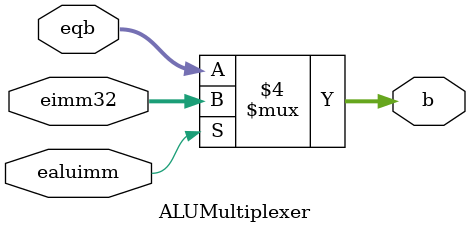
<source format=v>
`timescale 1ns / 1ps

module ALUMultiplexer(
    input [31:0] eqb, eimm32,
    input ealuimm,
    output reg [31:0] b
);
    always @(*)
    begin
        if (ealuimm == 0)
            b <= eqb;
        else
            b <= eimm32;
    end
endmodule

</source>
